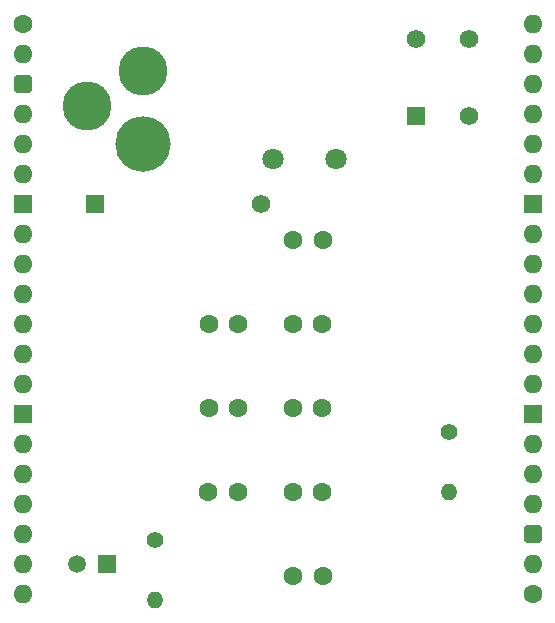
<source format=gbs>
%TF.GenerationSoftware,KiCad,Pcbnew,8.0.7*%
%TF.CreationDate,2025-05-21T11:40:48+02:00*%
%TF.ProjectId,Power and Reset,506f7765-7220-4616-9e64-205265736574,V1*%
%TF.SameCoordinates,Original*%
%TF.FileFunction,Soldermask,Bot*%
%TF.FilePolarity,Negative*%
%FSLAX46Y46*%
G04 Gerber Fmt 4.6, Leading zero omitted, Abs format (unit mm)*
G04 Created by KiCad (PCBNEW 8.0.7) date 2025-05-21 11:40:48*
%MOMM*%
%LPD*%
G01*
G04 APERTURE LIST*
G04 Aperture macros list*
%AMRoundRect*
0 Rectangle with rounded corners*
0 $1 Rounding radius*
0 $2 $3 $4 $5 $6 $7 $8 $9 X,Y pos of 4 corners*
0 Add a 4 corners polygon primitive as box body*
4,1,4,$2,$3,$4,$5,$6,$7,$8,$9,$2,$3,0*
0 Add four circle primitives for the rounded corners*
1,1,$1+$1,$2,$3*
1,1,$1+$1,$4,$5*
1,1,$1+$1,$6,$7*
1,1,$1+$1,$8,$9*
0 Add four rect primitives between the rounded corners*
20,1,$1+$1,$2,$3,$4,$5,0*
20,1,$1+$1,$4,$5,$6,$7,0*
20,1,$1+$1,$6,$7,$8,$9,0*
20,1,$1+$1,$8,$9,$2,$3,0*%
G04 Aperture macros list end*
%ADD10R,1.575000X1.575000*%
%ADD11C,1.575000*%
%ADD12R,1.500000X1.500000*%
%ADD13C,1.500000*%
%ADD14C,1.600000*%
%ADD15C,1.400000*%
%ADD16O,1.400000X1.400000*%
%ADD17C,4.700000*%
%ADD18C,4.150000*%
%ADD19C,1.800000*%
%ADD20O,1.600000X1.600000*%
%ADD21RoundRect,0.400000X-0.400000X-0.400000X0.400000X-0.400000X0.400000X0.400000X-0.400000X0.400000X0*%
%ADD22R,1.600000X1.600000*%
%ADD23RoundRect,0.400000X0.400000X0.400000X-0.400000X0.400000X-0.400000X-0.400000X0.400000X-0.400000X0*%
G04 APERTURE END LIST*
D10*
%TO.C,S2*%
X33310000Y-7822000D03*
D11*
X33310000Y-1322000D03*
X37810001Y-7822000D03*
X37810000Y-1321999D03*
%TD*%
D12*
%TO.C,LED1*%
X7112000Y-45720000D03*
D13*
X4572000Y-45720000D03*
%TD*%
D14*
%TO.C,C8*%
X22892000Y-46736000D03*
X25392000Y-46736000D03*
%TD*%
D15*
%TO.C,R4*%
X11176000Y-43688000D03*
D16*
X11176000Y-48768000D03*
%TD*%
D17*
%TO.C,J1*%
X10160000Y-10160001D03*
D18*
X5460000Y-6960001D03*
X10160000Y-3960001D03*
%TD*%
D14*
%TO.C,C6*%
X22876000Y-39624000D03*
X25376000Y-39624000D03*
%TD*%
D10*
%TO.C,D1*%
X6096000Y-15240000D03*
D11*
X20196000Y-15240000D03*
%TD*%
D14*
%TO.C,C7*%
X15748000Y-32512000D03*
X18248000Y-32512000D03*
%TD*%
%TO.C,C1*%
X22876000Y-25400000D03*
X25376000Y-25400000D03*
%TD*%
D15*
%TO.C,R1*%
X36068000Y-34544000D03*
D16*
X36068000Y-39624000D03*
%TD*%
D14*
%TO.C,C5*%
X22876000Y-32512000D03*
X25376000Y-32512000D03*
%TD*%
D19*
%TO.C,S1*%
X21226000Y-11476000D03*
X26526000Y-11476000D03*
%TD*%
D14*
%TO.C,J2*%
X0Y0D03*
D20*
X0Y-2540000D03*
D21*
X0Y-5080000D03*
D20*
X0Y-7620000D03*
X0Y-10160000D03*
X0Y-12700000D03*
D22*
X0Y-15240000D03*
D20*
X0Y-17780000D03*
X0Y-20320000D03*
X0Y-22860000D03*
X0Y-25400000D03*
X0Y-27940000D03*
X0Y-30480000D03*
D22*
X0Y-33020000D03*
D20*
X0Y-35560000D03*
X0Y-38100000D03*
X0Y-40640000D03*
X0Y-43180000D03*
X0Y-45720000D03*
X0Y-48260000D03*
%TD*%
D14*
%TO.C,C4*%
X15764000Y-25400000D03*
X18264000Y-25400000D03*
%TD*%
%TO.C,C3*%
X15732000Y-39624000D03*
X18232000Y-39624000D03*
%TD*%
%TO.C,J3*%
X43180000Y-48260000D03*
D20*
X43180000Y-45720000D03*
D23*
X43180000Y-43180000D03*
D20*
X43180000Y-40640000D03*
X43180000Y-38100000D03*
X43180000Y-35560000D03*
D22*
X43180000Y-33020000D03*
D20*
X43180000Y-30480000D03*
X43180000Y-27940000D03*
X43180000Y-25400000D03*
X43180000Y-22860000D03*
X43180000Y-20320000D03*
X43180000Y-17780000D03*
D22*
X43180000Y-15240000D03*
D20*
X43180000Y-12700000D03*
X43180000Y-10160000D03*
X43180000Y-7620000D03*
X43180000Y-5080000D03*
X43180000Y-2540000D03*
X43180000Y0D03*
%TD*%
D14*
%TO.C,C2*%
X22891999Y-18288000D03*
X25391999Y-18288000D03*
%TD*%
M02*

</source>
